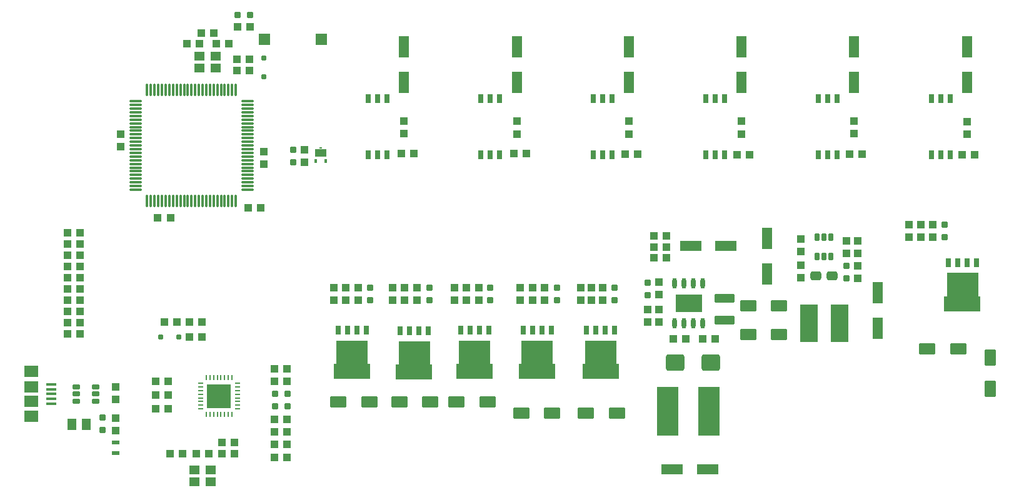
<source format=gtp>
G04 Layer_Color=8421504*
%FSLAX44Y44*%
%MOMM*%
G71*
G01*
G75*
%ADD10R,3.3000X3.3000*%
%ADD11O,0.8000X0.2500*%
%ADD12O,0.2500X0.8000*%
%ADD13R,1.4000X1.2000*%
%ADD14R,3.6000X2.4100*%
%ADD15O,0.6000X1.4500*%
%ADD16R,1.0000X1.1000*%
G04:AMPARAMS|DCode=17|XSize=0.8mm|YSize=0.8mm|CornerRadius=0.1mm|HoleSize=0mm|Usage=FLASHONLY|Rotation=270.000|XOffset=0mm|YOffset=0mm|HoleType=Round|Shape=RoundedRectangle|*
%AMROUNDEDRECTD17*
21,1,0.8000,0.6000,0,0,270.0*
21,1,0.6000,0.8000,0,0,270.0*
1,1,0.2000,-0.3000,-0.3000*
1,1,0.2000,-0.3000,0.3000*
1,1,0.2000,0.3000,0.3000*
1,1,0.2000,0.3000,-0.3000*
%
%ADD17ROUNDEDRECTD17*%
%ADD18R,1.0000X0.6000*%
%ADD19R,1.1000X1.0000*%
G04:AMPARAMS|DCode=20|XSize=2.7mm|YSize=1.15mm|CornerRadius=0.1437mm|HoleSize=0mm|Usage=FLASHONLY|Rotation=180.000|XOffset=0mm|YOffset=0mm|HoleType=Round|Shape=RoundedRectangle|*
%AMROUNDEDRECTD20*
21,1,2.7000,0.8625,0,0,180.0*
21,1,2.4125,1.1500,0,0,180.0*
1,1,0.2875,-1.2063,0.4313*
1,1,0.2875,1.2063,0.4313*
1,1,0.2875,1.2063,-0.4313*
1,1,0.2875,-1.2063,-0.4313*
%
%ADD20ROUNDEDRECTD20*%
%ADD21R,0.4000X0.2500*%
%ADD22R,1.6000X1.1000*%
%ADD23R,0.4000X0.5000*%
G04:AMPARAMS|DCode=24|XSize=0.8mm|YSize=0.8mm|CornerRadius=0.1mm|HoleSize=0mm|Usage=FLASHONLY|Rotation=180.000|XOffset=0mm|YOffset=0mm|HoleType=Round|Shape=RoundedRectangle|*
%AMROUNDEDRECTD24*
21,1,0.8000,0.6000,0,0,180.0*
21,1,0.6000,0.8000,0,0,180.0*
1,1,0.2000,-0.3000,0.3000*
1,1,0.2000,0.3000,0.3000*
1,1,0.2000,0.3000,-0.3000*
1,1,0.2000,-0.3000,-0.3000*
%
%ADD24ROUNDEDRECTD24*%
%ADD25R,1.9000X1.5000*%
%ADD26R,1.3500X0.4000*%
%ADD27R,2.8500X6.6000*%
%ADD28R,2.3500X5.1000*%
G04:AMPARAMS|DCode=29|XSize=2.5mm|YSize=2.2mm|CornerRadius=0.275mm|HoleSize=0mm|Usage=FLASHONLY|Rotation=180.000|XOffset=0mm|YOffset=0mm|HoleType=Round|Shape=RoundedRectangle|*
%AMROUNDEDRECTD29*
21,1,2.5000,1.6500,0,0,180.0*
21,1,1.9500,2.2000,0,0,180.0*
1,1,0.5500,-0.9750,0.8250*
1,1,0.5500,0.9750,0.8250*
1,1,0.5500,0.9750,-0.8250*
1,1,0.5500,-0.9750,-0.8250*
%
%ADD29ROUNDEDRECTD29*%
G04:AMPARAMS|DCode=30|XSize=2.2mm|YSize=1.5mm|CornerRadius=0.1875mm|HoleSize=0mm|Usage=FLASHONLY|Rotation=0.000|XOffset=0mm|YOffset=0mm|HoleType=Round|Shape=RoundedRectangle|*
%AMROUNDEDRECTD30*
21,1,2.2000,1.1250,0,0,0.0*
21,1,1.8250,1.5000,0,0,0.0*
1,1,0.3750,0.9125,-0.5625*
1,1,0.3750,-0.9125,-0.5625*
1,1,0.3750,-0.9125,0.5625*
1,1,0.3750,0.9125,0.5625*
%
%ADD30ROUNDEDRECTD30*%
%ADD31R,5.0000X2.0000*%
%ADD32R,4.2000X3.2000*%
%ADD33R,0.7000X1.1500*%
%ADD34R,1.3000X1.5000*%
%ADD35R,2.9972X1.3970*%
%ADD36R,1.3970X2.9972*%
G04:AMPARAMS|DCode=37|XSize=1.2mm|YSize=1.5mm|CornerRadius=0.3mm|HoleSize=0mm|Usage=FLASHONLY|Rotation=270.000|XOffset=0mm|YOffset=0mm|HoleType=Round|Shape=RoundedRectangle|*
%AMROUNDEDRECTD37*
21,1,1.2000,0.9000,0,0,270.0*
21,1,0.6000,1.5000,0,0,270.0*
1,1,0.6000,-0.4500,-0.3000*
1,1,0.6000,-0.4500,0.3000*
1,1,0.6000,0.4500,0.3000*
1,1,0.6000,0.4500,-0.3000*
%
%ADD37ROUNDEDRECTD37*%
%ADD38R,0.7620X1.2700*%
%ADD39R,1.5000X1.5000*%
%ADD40O,0.3000X1.8000*%
%ADD41O,1.8000X0.3000*%
G04:AMPARAMS|DCode=42|XSize=0.6mm|YSize=0.7mm|CornerRadius=0.075mm|HoleSize=0mm|Usage=FLASHONLY|Rotation=270.000|XOffset=0mm|YOffset=0mm|HoleType=Round|Shape=RoundedRectangle|*
%AMROUNDEDRECTD42*
21,1,0.6000,0.5500,0,0,270.0*
21,1,0.4500,0.7000,0,0,270.0*
1,1,0.1500,-0.2750,-0.2250*
1,1,0.1500,-0.2750,0.2250*
1,1,0.1500,0.2750,0.2250*
1,1,0.1500,0.2750,-0.2250*
%
%ADD42ROUNDEDRECTD42*%
G04:AMPARAMS|DCode=43|XSize=0.6mm|YSize=0.7mm|CornerRadius=0.075mm|HoleSize=0mm|Usage=FLASHONLY|Rotation=180.000|XOffset=0mm|YOffset=0mm|HoleType=Round|Shape=RoundedRectangle|*
%AMROUNDEDRECTD43*
21,1,0.6000,0.5500,0,0,180.0*
21,1,0.4500,0.7000,0,0,180.0*
1,1,0.1500,-0.2250,0.2750*
1,1,0.1500,0.2250,0.2750*
1,1,0.1500,0.2250,-0.2750*
1,1,0.1500,-0.2250,-0.2750*
%
%ADD43ROUNDEDRECTD43*%
G04:AMPARAMS|DCode=44|XSize=0.6mm|YSize=1mm|CornerRadius=0.075mm|HoleSize=0mm|Usage=FLASHONLY|Rotation=180.000|XOffset=0mm|YOffset=0mm|HoleType=Round|Shape=RoundedRectangle|*
%AMROUNDEDRECTD44*
21,1,0.6000,0.8500,0,0,180.0*
21,1,0.4500,1.0000,0,0,180.0*
1,1,0.1500,-0.2250,0.4250*
1,1,0.1500,0.2250,0.4250*
1,1,0.1500,0.2250,-0.4250*
1,1,0.1500,-0.2250,-0.4250*
%
%ADD44ROUNDEDRECTD44*%
G04:AMPARAMS|DCode=45|XSize=0.6mm|YSize=1mm|CornerRadius=0.075mm|HoleSize=0mm|Usage=FLASHONLY|Rotation=270.000|XOffset=0mm|YOffset=0mm|HoleType=Round|Shape=RoundedRectangle|*
%AMROUNDEDRECTD45*
21,1,0.6000,0.8500,0,0,270.0*
21,1,0.4500,1.0000,0,0,270.0*
1,1,0.1500,-0.4250,-0.2250*
1,1,0.1500,-0.4250,0.2250*
1,1,0.1500,0.4250,0.2250*
1,1,0.1500,0.4250,-0.2250*
%
%ADD45ROUNDEDRECTD45*%
G04:AMPARAMS|DCode=46|XSize=2.2mm|YSize=1.5mm|CornerRadius=0.1875mm|HoleSize=0mm|Usage=FLASHONLY|Rotation=270.000|XOffset=0mm|YOffset=0mm|HoleType=Round|Shape=RoundedRectangle|*
%AMROUNDEDRECTD46*
21,1,2.2000,1.1250,0,0,270.0*
21,1,1.8250,1.5000,0,0,270.0*
1,1,0.3750,-0.5625,-0.9125*
1,1,0.3750,-0.5625,0.9125*
1,1,0.3750,0.5625,0.9125*
1,1,0.3750,0.5625,-0.9125*
%
%ADD46ROUNDEDRECTD46*%
D10*
X322480Y138240D02*
D03*
D11*
X297480Y120740D02*
D03*
Y125740D02*
D03*
Y130740D02*
D03*
Y135740D02*
D03*
Y140740D02*
D03*
Y145740D02*
D03*
Y150740D02*
D03*
Y155740D02*
D03*
X347480D02*
D03*
Y150740D02*
D03*
Y145740D02*
D03*
Y140740D02*
D03*
Y135740D02*
D03*
Y130740D02*
D03*
Y125740D02*
D03*
Y120740D02*
D03*
D12*
X304980Y163240D02*
D03*
X309980D02*
D03*
X314980D02*
D03*
X319980D02*
D03*
X324980D02*
D03*
X329980D02*
D03*
X334980D02*
D03*
X339980D02*
D03*
Y113240D02*
D03*
X334980D02*
D03*
X329980D02*
D03*
X324980D02*
D03*
X319980D02*
D03*
X314980D02*
D03*
X309980D02*
D03*
X304980D02*
D03*
D13*
X289000Y38000D02*
D03*
X311000D02*
D03*
Y22000D02*
D03*
X289000D02*
D03*
X296000Y583000D02*
D03*
X318000D02*
D03*
Y599000D02*
D03*
X296000D02*
D03*
D14*
X958500Y264000D02*
D03*
D15*
X977550Y291250D02*
D03*
X964850D02*
D03*
X952150D02*
D03*
X939450D02*
D03*
X977550Y236750D02*
D03*
X964850D02*
D03*
X952150D02*
D03*
X939450D02*
D03*
D16*
X438000Y472500D02*
D03*
Y455500D02*
D03*
X1187000Y314500D02*
D03*
Y297500D02*
D03*
X1335466Y510322D02*
D03*
Y493322D02*
D03*
X1273000Y370500D02*
D03*
Y353500D02*
D03*
X1289000Y353500D02*
D03*
Y370500D02*
D03*
X1257000Y370500D02*
D03*
Y353500D02*
D03*
X1182206Y511124D02*
D03*
Y494124D02*
D03*
X1029930Y510882D02*
D03*
Y493882D02*
D03*
X877784Y510882D02*
D03*
Y493882D02*
D03*
X726146Y510882D02*
D03*
Y493882D02*
D03*
X572730Y511644D02*
D03*
Y494644D02*
D03*
X1110398Y333968D02*
D03*
Y350968D02*
D03*
X1187234Y348936D02*
D03*
Y331936D02*
D03*
X182000Y91500D02*
D03*
Y108500D02*
D03*
X1171882Y348936D02*
D03*
Y331936D02*
D03*
X182000Y150500D02*
D03*
Y133500D02*
D03*
X383000Y452500D02*
D03*
Y469500D02*
D03*
X189000Y493500D02*
D03*
Y476500D02*
D03*
X1109890Y298408D02*
D03*
Y315408D02*
D03*
X918000Y255500D02*
D03*
Y238500D02*
D03*
X477512Y284929D02*
D03*
Y267928D02*
D03*
X494022Y284929D02*
D03*
Y267928D02*
D03*
X510531Y267929D02*
D03*
Y284928D02*
D03*
X557271Y284928D02*
D03*
Y267928D02*
D03*
X573780Y284929D02*
D03*
Y267928D02*
D03*
X590290D02*
D03*
Y284928D02*
D03*
X640839D02*
D03*
Y267928D02*
D03*
X657349Y284928D02*
D03*
Y267928D02*
D03*
X673858D02*
D03*
Y284928D02*
D03*
X730504D02*
D03*
Y267928D02*
D03*
X747013Y284928D02*
D03*
Y267928D02*
D03*
X763523D02*
D03*
Y284928D02*
D03*
X812292D02*
D03*
Y267928D02*
D03*
X842010D02*
D03*
Y284928D02*
D03*
X827024D02*
D03*
Y267928D02*
D03*
X918000Y275500D02*
D03*
Y292500D02*
D03*
X903000Y255500D02*
D03*
Y238500D02*
D03*
D17*
X423000Y455500D02*
D03*
Y472500D02*
D03*
X1171882Y298125D02*
D03*
Y315125D02*
D03*
X165000Y92000D02*
D03*
Y109000D02*
D03*
X857790Y267930D02*
D03*
Y284930D02*
D03*
X779782Y267930D02*
D03*
Y284930D02*
D03*
X689895Y267930D02*
D03*
Y284930D02*
D03*
X607000Y267930D02*
D03*
Y284930D02*
D03*
X527000Y267930D02*
D03*
Y284930D02*
D03*
X1305000Y353500D02*
D03*
Y370500D02*
D03*
X903000Y275000D02*
D03*
Y292000D02*
D03*
D18*
X182000Y61000D02*
D03*
Y75000D02*
D03*
D19*
X928500Y340500D02*
D03*
X911500D02*
D03*
X977500Y216000D02*
D03*
X994500D02*
D03*
X911500Y355500D02*
D03*
X928500D02*
D03*
X928500Y325500D02*
D03*
X911500D02*
D03*
X116764Y237820D02*
D03*
X133764D02*
D03*
X282000Y239000D02*
D03*
X299000D02*
D03*
X291474Y60274D02*
D03*
X308474D02*
D03*
X1329018Y465850D02*
D03*
X1346018D02*
D03*
X116764Y359740D02*
D03*
X133764D02*
D03*
X116764Y329260D02*
D03*
X133764D02*
D03*
X116764Y298780D02*
D03*
X133764D02*
D03*
X116764Y268300D02*
D03*
X133764D02*
D03*
X1176116Y466314D02*
D03*
X1193116D02*
D03*
X1024224Y465806D02*
D03*
X1041224D02*
D03*
X872078Y466060D02*
D03*
X889078D02*
D03*
X721710Y467076D02*
D03*
X738710D02*
D03*
X569056D02*
D03*
X586056D02*
D03*
X397336Y72508D02*
D03*
X414336D02*
D03*
X397336Y55308D02*
D03*
X414336D02*
D03*
X397336Y106908D02*
D03*
X414336D02*
D03*
X397336Y89708D02*
D03*
X414336D02*
D03*
X397392Y158507D02*
D03*
X414392D02*
D03*
X364500Y639000D02*
D03*
X347500D02*
D03*
X282000Y218500D02*
D03*
X299000D02*
D03*
X363500Y580000D02*
D03*
X346500D02*
D03*
X253482Y139413D02*
D03*
X236482D02*
D03*
X253482Y120954D02*
D03*
X236482D02*
D03*
X265000Y239000D02*
D03*
X248000D02*
D03*
X298500Y631000D02*
D03*
X315500D02*
D03*
X335500Y616000D02*
D03*
X318500D02*
D03*
X397392Y175457D02*
D03*
X414392D02*
D03*
X326056Y60162D02*
D03*
X343056D02*
D03*
X273056D02*
D03*
X256056D02*
D03*
X343060Y75260D02*
D03*
X326060D02*
D03*
X236376Y158083D02*
D03*
X253376D02*
D03*
X363500Y595000D02*
D03*
X346500D02*
D03*
X239500Y380000D02*
D03*
X256500D02*
D03*
X361706Y393316D02*
D03*
X378706D02*
D03*
X937500Y216000D02*
D03*
X954500D02*
D03*
X278500Y616000D02*
D03*
X295500D02*
D03*
X116764Y344500D02*
D03*
X133764D02*
D03*
X116764Y314020D02*
D03*
X133764D02*
D03*
X116764Y283540D02*
D03*
X133764D02*
D03*
X116764Y253060D02*
D03*
X133764D02*
D03*
X116764Y222580D02*
D03*
X133764D02*
D03*
D20*
X1007000Y241000D02*
D03*
Y271000D02*
D03*
D21*
X460000Y474500D02*
D03*
D22*
Y468000D02*
D03*
D23*
X466500Y457500D02*
D03*
X453500D02*
D03*
D24*
X398017Y141307D02*
D03*
X415017D02*
D03*
X398017Y124107D02*
D03*
X415017D02*
D03*
X347500Y655000D02*
D03*
X364500D02*
D03*
D25*
X68250Y110500D02*
D03*
Y131000D02*
D03*
Y151000D02*
D03*
Y171500D02*
D03*
D26*
X95250Y141000D02*
D03*
Y134500D02*
D03*
Y128000D02*
D03*
Y147500D02*
D03*
Y154000D02*
D03*
D27*
X986250Y118000D02*
D03*
X929750D02*
D03*
D28*
X1162750Y237000D02*
D03*
X1121250D02*
D03*
D29*
X940000Y184000D02*
D03*
X988000D02*
D03*
D30*
X773500Y115000D02*
D03*
X731500D02*
D03*
X608500Y130000D02*
D03*
X566500D02*
D03*
X861000Y115000D02*
D03*
X819000D02*
D03*
X526000Y130000D02*
D03*
X484000D02*
D03*
X686000D02*
D03*
X644000D02*
D03*
X1323500Y202540D02*
D03*
X1281500D02*
D03*
X1039000Y261000D02*
D03*
X1081000D02*
D03*
Y222000D02*
D03*
X1039000D02*
D03*
D31*
X1328966Y263474D02*
D03*
X586486Y170764D02*
D03*
X753117Y171394D02*
D03*
X502438D02*
D03*
X838962D02*
D03*
X668287D02*
D03*
D32*
X1329220Y289354D02*
D03*
X586740Y196644D02*
D03*
X753371Y197274D02*
D03*
X502692D02*
D03*
X839216D02*
D03*
X668541D02*
D03*
D33*
X1310170Y319354D02*
D03*
X1322870D02*
D03*
X1335570D02*
D03*
X1348270D02*
D03*
X567690Y226644D02*
D03*
X580390D02*
D03*
X593090D02*
D03*
X605790D02*
D03*
X734321Y227274D02*
D03*
X747021D02*
D03*
X759721D02*
D03*
X772421D02*
D03*
X483642D02*
D03*
X496342D02*
D03*
X509042D02*
D03*
X521742D02*
D03*
X820166D02*
D03*
X832866D02*
D03*
X845566D02*
D03*
X858266D02*
D03*
X649491D02*
D03*
X662191D02*
D03*
X674891D02*
D03*
X687591D02*
D03*
D34*
X142500Y100000D02*
D03*
X123500D02*
D03*
D35*
X936000Y39000D02*
D03*
X984006D02*
D03*
X961000Y342000D02*
D03*
X1009006D02*
D03*
D36*
X1335222Y612102D02*
D03*
Y564096D02*
D03*
X1182076D02*
D03*
Y612102D02*
D03*
X1029676D02*
D03*
Y564096D02*
D03*
X877562D02*
D03*
Y612102D02*
D03*
X725654D02*
D03*
Y564096D02*
D03*
X572736D02*
D03*
Y612102D02*
D03*
X1214412Y278610D02*
D03*
Y230604D02*
D03*
X1064948Y352240D02*
D03*
Y304234D02*
D03*
D37*
X1131000Y301000D02*
D03*
X1153000D02*
D03*
D38*
X1287280Y465836D02*
D03*
X1299980D02*
D03*
X1312680D02*
D03*
X1287280Y542036D02*
D03*
X1299980D02*
D03*
X1312680D02*
D03*
X854560Y542040D02*
D03*
X841860D02*
D03*
X829160D02*
D03*
X854560Y465840D02*
D03*
X841860D02*
D03*
X829160D02*
D03*
X676760D02*
D03*
X689460D02*
D03*
X702160D02*
D03*
X676760Y542040D02*
D03*
X689460D02*
D03*
X702160D02*
D03*
X549760D02*
D03*
X537060D02*
D03*
X524360D02*
D03*
X549760Y465840D02*
D03*
X537060D02*
D03*
X524360D02*
D03*
X1133880D02*
D03*
X1146580D02*
D03*
X1159280D02*
D03*
X1133880Y542040D02*
D03*
X1146580D02*
D03*
X1159280D02*
D03*
X1006880D02*
D03*
X994180D02*
D03*
X981480D02*
D03*
X1006880Y465840D02*
D03*
X994180D02*
D03*
X981480D02*
D03*
D39*
X460500Y622000D02*
D03*
X383500D02*
D03*
D40*
X345100Y402670D02*
D03*
X340100D02*
D03*
X335100D02*
D03*
X330100D02*
D03*
X325100D02*
D03*
X320101D02*
D03*
X315100D02*
D03*
X310100D02*
D03*
X305100D02*
D03*
X300100D02*
D03*
X295100D02*
D03*
X290100D02*
D03*
X285100D02*
D03*
X280100D02*
D03*
X275100D02*
D03*
X270100D02*
D03*
X265100D02*
D03*
X260100D02*
D03*
X255100D02*
D03*
X250100D02*
D03*
X245100D02*
D03*
X240100D02*
D03*
X235100D02*
D03*
X230100D02*
D03*
X225100D02*
D03*
Y553670D02*
D03*
X230100D02*
D03*
X235100D02*
D03*
X240100D02*
D03*
X245100D02*
D03*
X250100D02*
D03*
X255100D02*
D03*
X260100D02*
D03*
X265100D02*
D03*
X270100D02*
D03*
X275100D02*
D03*
X280100D02*
D03*
X285100D02*
D03*
X290100D02*
D03*
X295100D02*
D03*
X300100D02*
D03*
X305100D02*
D03*
X310100D02*
D03*
X315100D02*
D03*
X320101D02*
D03*
X325100D02*
D03*
X330100D02*
D03*
X335100D02*
D03*
X340100D02*
D03*
X345100D02*
D03*
D41*
X209600Y418170D02*
D03*
Y423171D02*
D03*
Y428170D02*
D03*
Y433171D02*
D03*
Y438170D02*
D03*
Y443171D02*
D03*
Y448170D02*
D03*
Y453171D02*
D03*
Y458170D02*
D03*
Y463171D02*
D03*
Y468170D02*
D03*
Y473171D02*
D03*
Y478170D02*
D03*
Y483171D02*
D03*
Y488170D02*
D03*
Y493171D02*
D03*
Y498170D02*
D03*
Y503170D02*
D03*
Y508170D02*
D03*
Y513170D02*
D03*
Y518170D02*
D03*
Y523170D02*
D03*
Y528170D02*
D03*
Y533170D02*
D03*
Y538170D02*
D03*
X360600D02*
D03*
Y533170D02*
D03*
Y528170D02*
D03*
Y523170D02*
D03*
Y518170D02*
D03*
Y513170D02*
D03*
Y508170D02*
D03*
Y503170D02*
D03*
Y498170D02*
D03*
Y493171D02*
D03*
Y488170D02*
D03*
Y483171D02*
D03*
Y478170D02*
D03*
Y473171D02*
D03*
Y468170D02*
D03*
Y463171D02*
D03*
Y458170D02*
D03*
Y453171D02*
D03*
Y448170D02*
D03*
Y443171D02*
D03*
Y438170D02*
D03*
Y433171D02*
D03*
Y428170D02*
D03*
Y423171D02*
D03*
Y418170D02*
D03*
D42*
X383000Y571500D02*
D03*
Y596500D02*
D03*
D43*
X243000Y218500D02*
D03*
X268000D02*
D03*
D44*
X1150902Y327436D02*
D03*
X1131902Y353436D02*
D03*
X1141402D02*
D03*
X1150902D02*
D03*
X1131902Y327436D02*
D03*
X1141402D02*
D03*
D45*
X155000Y150500D02*
D03*
X129000Y131500D02*
D03*
Y141000D02*
D03*
Y150500D02*
D03*
X155000Y131500D02*
D03*
Y141000D02*
D03*
D46*
X1367070Y190000D02*
D03*
Y148000D02*
D03*
M02*

</source>
